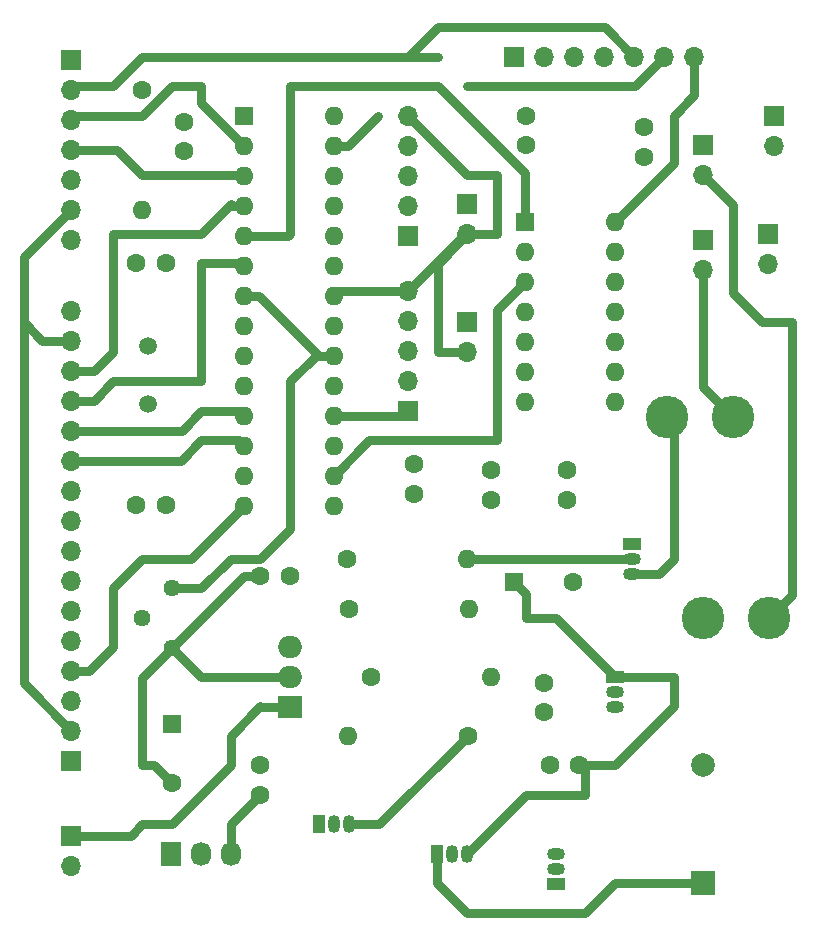
<source format=gbr>
%TF.GenerationSoftware,KiCad,Pcbnew,8.0.3*%
%TF.CreationDate,2024-09-12T01:04:43+05:30*%
%TF.ProjectId,labRF,6c616252-462e-46b6-9963-61645f706362,rev?*%
%TF.SameCoordinates,Original*%
%TF.FileFunction,Copper,L2,Bot*%
%TF.FilePolarity,Positive*%
%FSLAX46Y46*%
G04 Gerber Fmt 4.6, Leading zero omitted, Abs format (unit mm)*
G04 Created by KiCad (PCBNEW 8.0.3) date 2024-09-12 01:04:43*
%MOMM*%
%LPD*%
G01*
G04 APERTURE LIST*
%TA.AperFunction,ComponentPad*%
%ADD10C,1.440000*%
%TD*%
%TA.AperFunction,ComponentPad*%
%ADD11R,1.700000X1.700000*%
%TD*%
%TA.AperFunction,ComponentPad*%
%ADD12O,1.700000X1.700000*%
%TD*%
%TA.AperFunction,ComponentPad*%
%ADD13C,1.500000*%
%TD*%
%TA.AperFunction,ComponentPad*%
%ADD14R,2.000000X1.905000*%
%TD*%
%TA.AperFunction,ComponentPad*%
%ADD15O,2.000000X1.905000*%
%TD*%
%TA.AperFunction,ComponentPad*%
%ADD16R,1.600000X1.600000*%
%TD*%
%TA.AperFunction,ComponentPad*%
%ADD17O,1.600000X1.600000*%
%TD*%
%TA.AperFunction,ComponentPad*%
%ADD18R,1.050000X1.500000*%
%TD*%
%TA.AperFunction,ComponentPad*%
%ADD19O,1.050000X1.500000*%
%TD*%
%TA.AperFunction,ComponentPad*%
%ADD20C,1.600000*%
%TD*%
%TA.AperFunction,ComponentPad*%
%ADD21R,1.500000X1.050000*%
%TD*%
%TA.AperFunction,ComponentPad*%
%ADD22O,1.500000X1.050000*%
%TD*%
%TA.AperFunction,ComponentPad*%
%ADD23C,3.600000*%
%TD*%
%TA.AperFunction,ComponentPad*%
%ADD24R,1.730000X2.030000*%
%TD*%
%TA.AperFunction,ComponentPad*%
%ADD25O,1.730000X2.030000*%
%TD*%
%TA.AperFunction,ComponentPad*%
%ADD26R,2.000000X2.000000*%
%TD*%
%TA.AperFunction,ComponentPad*%
%ADD27C,2.000000*%
%TD*%
%TA.AperFunction,ViaPad*%
%ADD28C,0.600000*%
%TD*%
%TA.AperFunction,Conductor*%
%ADD29C,0.800000*%
%TD*%
G04 APERTURE END LIST*
D10*
%TO.P,RV1,1,1*%
%TO.N,+5V*%
X55000000Y-77500000D03*
%TO.P,RV1,2,2*%
%TO.N,lcd_contrast*%
X52460000Y-80040000D03*
%TO.P,RV1,3,3*%
%TO.N,GND*%
X55000000Y-82580000D03*
%TD*%
D11*
%TO.P,J5,1,Pin_1*%
%TO.N,clk0*%
X84000000Y-32500000D03*
D12*
%TO.P,J5,2,Pin_2*%
%TO.N,unconnected-(J5-Pin_2-Pad2)*%
X86540000Y-32500000D03*
%TO.P,J5,3,Pin_3*%
%TO.N,clk2*%
X89080000Y-32500000D03*
%TO.P,J5,4,Pin_4*%
%TO.N,scl*%
X91620000Y-32500000D03*
%TO.P,J5,5,Pin_5*%
%TO.N,sda*%
X94160000Y-32500000D03*
%TO.P,J5,6,Pin_6*%
%TO.N,GND*%
X96700000Y-32500000D03*
%TO.P,J5,7,Pin_7*%
%TO.N,+5V*%
X99240000Y-32500000D03*
%TD*%
D13*
%TO.P,Y1,1,1*%
%TO.N,Net-(U1-XTAL2{slash}PB7)*%
X53000000Y-61880000D03*
%TO.P,Y1,2,2*%
%TO.N,Net-(U1-XTAL1{slash}PB6)*%
X53000000Y-57000000D03*
%TD*%
D14*
%TO.P,U4,1,IN*%
%TO.N,Net-(J11-Pin_1)*%
X65000000Y-87580000D03*
D15*
%TO.P,U4,2,GND*%
%TO.N,GND*%
X65000000Y-85040000D03*
%TO.P,U4,3,OUT*%
%TO.N,+5V*%
X65000000Y-82500000D03*
%TD*%
D16*
%TO.P,U3,1*%
%TO.N,chand*%
X84880000Y-46500000D03*
D17*
%TO.P,U3,2*%
%TO.N,Net-(J9-Pin_1)*%
X84880000Y-49040000D03*
%TO.P,U3,3*%
%TO.N,chanc*%
X84880000Y-51580000D03*
%TO.P,U3,4*%
%TO.N,Net-(J10-Pin_1)*%
X84880000Y-54120000D03*
%TO.P,U3,5*%
%TO.N,unconnected-(U3-Pad5)*%
X84880000Y-56660000D03*
%TO.P,U3,6*%
%TO.N,unconnected-(U3-Pad6)*%
X84880000Y-59200000D03*
%TO.P,U3,7,GND*%
%TO.N,GND*%
X84880000Y-61740000D03*
%TO.P,U3,8*%
%TO.N,unconnected-(U3-Pad8)*%
X92500000Y-61740000D03*
%TO.P,U3,9*%
%TO.N,unconnected-(U3-Pad9)*%
X92500000Y-59200000D03*
%TO.P,U3,10*%
%TO.N,unconnected-(U3-Pad10)*%
X92500000Y-56660000D03*
%TO.P,U3,11*%
%TO.N,unconnected-(U3-Pad11)*%
X92500000Y-54120000D03*
%TO.P,U3,12*%
%TO.N,unconnected-(U3-Pad12)*%
X92500000Y-51580000D03*
%TO.P,U3,13*%
%TO.N,unconnected-(U3-Pad13)*%
X92500000Y-49040000D03*
%TO.P,U3,14,VCC*%
%TO.N,+5V*%
X92500000Y-46500000D03*
%TD*%
D18*
%TO.P,U2,1,REF*%
%TO.N,Net-(J8-Pin_2)*%
X67500000Y-97500000D03*
D19*
%TO.P,U2,2,A*%
%TO.N,GND*%
X68770000Y-97500000D03*
%TO.P,U2,3,K*%
%TO.N,Net-(Q4-B)*%
X70040000Y-97500000D03*
%TD*%
D16*
%TO.P,U1,1,~{RESET}/PC6*%
%TO.N,Net-(U1-~{RESET}{slash}PC6)*%
X61090000Y-37500000D03*
D17*
%TO.P,U1,2,PD0*%
%TO.N,rx*%
X61090000Y-40040000D03*
%TO.P,U1,3,PD1*%
%TO.N,tx*%
X61090000Y-42580000D03*
%TO.P,U1,4,PD2*%
%TO.N,lcd_D7*%
X61090000Y-45120000D03*
%TO.P,U1,5,PD3*%
%TO.N,chand*%
X61090000Y-47660000D03*
%TO.P,U1,6,PD4*%
%TO.N,lcd_D6*%
X61090000Y-50200000D03*
%TO.P,U1,7,VCC*%
%TO.N,+5V*%
X61090000Y-52740000D03*
%TO.P,U1,8,GND*%
%TO.N,GND*%
X61090000Y-55280000D03*
%TO.P,U1,9,XTAL1/PB6*%
%TO.N,Net-(U1-XTAL1{slash}PB6)*%
X61090000Y-57820000D03*
%TO.P,U1,10,XTAL2/PB7*%
%TO.N,Net-(U1-XTAL2{slash}PB7)*%
X61090000Y-60360000D03*
%TO.P,U1,11,PD5*%
%TO.N,lcd_D5*%
X61090000Y-62900000D03*
%TO.P,U1,12,PD6*%
%TO.N,lcd_D4*%
X61090000Y-65440000D03*
%TO.P,U1,13,PD7*%
%TO.N,lcd_enb*%
X61090000Y-67980000D03*
%TO.P,U1,14,PB0*%
%TO.N,lcd_rs*%
X61090000Y-70520000D03*
%TO.P,U1,15,PB1*%
%TO.N,bias*%
X68710000Y-70520000D03*
%TO.P,U1,16,PB2*%
%TO.N,chanc*%
X68710000Y-67980000D03*
%TO.P,U1,17,PB3*%
%TO.N,rotm_dt*%
X68710000Y-65440000D03*
%TO.P,U1,18,PB4*%
%TO.N,rotm_clk*%
X68710000Y-62900000D03*
%TO.P,U1,19,PB5*%
%TO.N,rotm_sw*%
X68710000Y-60360000D03*
%TO.P,U1,20,AVCC*%
%TO.N,+5V*%
X68710000Y-57820000D03*
%TO.P,U1,21,AREF*%
%TO.N,unconnected-(U1-AREF-Pad21)*%
X68710000Y-55280000D03*
%TO.P,U1,22,GND*%
%TO.N,GND*%
X68710000Y-52740000D03*
%TO.P,U1,23,PC0*%
%TO.N,rots_clk*%
X68710000Y-50200000D03*
%TO.P,U1,24,PC1*%
%TO.N,rots_dt*%
X68710000Y-47660000D03*
%TO.P,U1,25,PC2*%
%TO.N,rots_sw*%
X68710000Y-45120000D03*
%TO.P,U1,26,PC3*%
%TO.N,buzz*%
X68710000Y-42580000D03*
%TO.P,U1,27,PC4*%
%TO.N,sda*%
X68710000Y-40040000D03*
%TO.P,U1,28,PC5*%
%TO.N,scl*%
X68710000Y-37500000D03*
%TD*%
D20*
%TO.P,R5,1*%
%TO.N,Net-(Q4-B)*%
X80080000Y-90000000D03*
D17*
%TO.P,R5,2*%
%TO.N,+5V*%
X69920000Y-90000000D03*
%TD*%
D20*
%TO.P,R4,1*%
%TO.N,buzz*%
X70000000Y-79300000D03*
D17*
%TO.P,R4,2*%
%TO.N,Net-(Q3-B)*%
X80160000Y-79300000D03*
%TD*%
D20*
%TO.P,R3,1*%
%TO.N,bias*%
X71840000Y-85000000D03*
D17*
%TO.P,R3,2*%
%TO.N,Net-(Q2-B)*%
X82000000Y-85000000D03*
%TD*%
D20*
%TO.P,R2,1*%
%TO.N,bias*%
X69840000Y-75000000D03*
D17*
%TO.P,R2,2*%
%TO.N,Net-(Q1-B)*%
X80000000Y-75000000D03*
%TD*%
D20*
%TO.P,R1,1*%
%TO.N,Net-(U1-~{RESET}{slash}PC6)*%
X52500000Y-35340000D03*
D17*
%TO.P,R1,2*%
%TO.N,+5V*%
X52500000Y-45500000D03*
%TD*%
D18*
%TO.P,Q4,1,C*%
%TO.N,+5V*%
X77460000Y-100000000D03*
D19*
%TO.P,Q4,2,B*%
%TO.N,Net-(Q4-B)*%
X78730000Y-100000000D03*
%TO.P,Q4,3,E*%
%TO.N,Net-(J8-Pin_1)*%
X80000000Y-100000000D03*
%TD*%
D21*
%TO.P,Q3,1,C*%
%TO.N,Net-(BZ1--)*%
X87500000Y-102540000D03*
D22*
%TO.P,Q3,2,B*%
%TO.N,Net-(Q3-B)*%
X87500000Y-101270000D03*
%TO.P,Q3,3,E*%
%TO.N,GND*%
X87500000Y-100000000D03*
%TD*%
D21*
%TO.P,Q2,1,C*%
%TO.N,Net-(J8-Pin_1)*%
X92500000Y-85000000D03*
D22*
%TO.P,Q2,2,B*%
%TO.N,Net-(Q2-B)*%
X92500000Y-86270000D03*
%TO.P,Q2,3,E*%
%TO.N,Net-(Q2-E)*%
X92500000Y-87540000D03*
%TD*%
D21*
%TO.P,Q1,1,C*%
%TO.N,Net-(J8-Pin_1)*%
X94000000Y-73730000D03*
D22*
%TO.P,Q1,2,B*%
%TO.N,Net-(Q1-B)*%
X94000000Y-75000000D03*
%TO.P,Q1,3,E*%
%TO.N,Net-(Q1-E)*%
X94000000Y-76270000D03*
%TD*%
D23*
%TO.P,L2,1,1*%
%TO.N,Net-(Q2-E)*%
X100000000Y-80000000D03*
%TO.P,L2,2,2*%
%TO.N,Net-(JP2-B)*%
X105580000Y-80000000D03*
%TD*%
%TO.P,L1,1,1*%
%TO.N,Net-(Q1-E)*%
X96920000Y-63000000D03*
%TO.P,L1,2,2*%
%TO.N,Net-(JP1-B)*%
X102500000Y-63000000D03*
%TD*%
D11*
%TO.P,JP2,1,A*%
%TO.N,Net-(J7-Pin_1)*%
X100000000Y-40000000D03*
D12*
%TO.P,JP2,2,B*%
%TO.N,Net-(JP2-B)*%
X100000000Y-42540000D03*
%TD*%
D11*
%TO.P,JP1,1,A*%
%TO.N,Net-(J6-Pin_1)*%
X100000000Y-48000000D03*
D12*
%TO.P,JP1,2,B*%
%TO.N,Net-(JP1-B)*%
X100000000Y-50540000D03*
%TD*%
D11*
%TO.P,J11,1,Pin_1*%
%TO.N,Net-(J11-Pin_1)*%
X46500000Y-98460000D03*
D12*
%TO.P,J11,2,Pin_2*%
%TO.N,GND*%
X46500000Y-101000000D03*
%TD*%
D11*
%TO.P,J10,1,Pin_1*%
%TO.N,Net-(J10-Pin_1)*%
X80000000Y-55000000D03*
D12*
%TO.P,J10,2,Pin_2*%
%TO.N,GND*%
X80000000Y-57540000D03*
%TD*%
%TO.P,J9,2,Pin_2*%
%TO.N,GND*%
X80000000Y-47540000D03*
D11*
%TO.P,J9,1,Pin_1*%
%TO.N,Net-(J9-Pin_1)*%
X80000000Y-45000000D03*
%TD*%
D24*
%TO.P,J8,1,Pin_1*%
%TO.N,Net-(J8-Pin_1)*%
X54960000Y-100000000D03*
D25*
%TO.P,J8,2,Pin_2*%
%TO.N,Net-(J8-Pin_2)*%
X57500000Y-100000000D03*
%TO.P,J8,3,Pin_3*%
%TO.N,GND*%
X60040000Y-100000000D03*
%TD*%
D11*
%TO.P,J7,1,Pin_1*%
%TO.N,Net-(J7-Pin_1)*%
X106000000Y-37500000D03*
D12*
%TO.P,J7,2,Pin_2*%
%TO.N,GND*%
X106000000Y-40040000D03*
%TD*%
D11*
%TO.P,J6,1,Pin_1*%
%TO.N,Net-(J6-Pin_1)*%
X105500000Y-47500000D03*
D12*
%TO.P,J6,2,Pin_2*%
%TO.N,GND*%
X105500000Y-50040000D03*
%TD*%
D11*
%TO.P,J4,1,Pin_1*%
%TO.N,scl*%
X46500000Y-32760000D03*
D12*
%TO.P,J4,2,Pin_2*%
%TO.N,sda*%
X46500000Y-35300000D03*
%TO.P,J4,3,Pin_3*%
%TO.N,rx*%
X46500000Y-37840000D03*
%TO.P,J4,4,Pin_4*%
%TO.N,tx*%
X46500000Y-40380000D03*
%TO.P,J4,5,Pin_5*%
%TO.N,reset*%
X46500000Y-42920000D03*
%TO.P,J4,6,Pin_6*%
%TO.N,+5V*%
X46500000Y-45460000D03*
%TO.P,J4,7,Pin_7*%
%TO.N,GND*%
X46500000Y-48000000D03*
%TD*%
D11*
%TO.P,J3,1,Pin_1*%
%TO.N,GND*%
X46500000Y-92100000D03*
D12*
%TO.P,J3,2,Pin_2*%
%TO.N,+5V*%
X46500000Y-89560000D03*
%TO.P,J3,3,Pin_3*%
%TO.N,lcd_contrast*%
X46500000Y-87020000D03*
%TO.P,J3,4,Pin_4*%
%TO.N,lcd_rs*%
X46500000Y-84480000D03*
%TO.P,J3,5,Pin_5*%
%TO.N,GND*%
X46500000Y-81940000D03*
%TO.P,J3,6,Pin_6*%
%TO.N,lcd_enb*%
X46500000Y-79400000D03*
%TO.P,J3,7,Pin_7*%
%TO.N,unconnected-(J3-Pin_7-Pad7)*%
X46500000Y-76860000D03*
%TO.P,J3,8,Pin_8*%
%TO.N,unconnected-(J3-Pin_8-Pad8)*%
X46500000Y-74320000D03*
%TO.P,J3,9,Pin_9*%
%TO.N,unconnected-(J3-Pin_9-Pad9)*%
X46500000Y-71780000D03*
%TO.P,J3,10,Pin_10*%
%TO.N,unconnected-(J3-Pin_10-Pad10)*%
X46500000Y-69240000D03*
%TO.P,J3,11,Pin_11*%
%TO.N,lcd_D4*%
X46500000Y-66700000D03*
%TO.P,J3,12,Pin_12*%
%TO.N,lcd_D5*%
X46500000Y-64160000D03*
%TO.P,J3,13,Pin_13*%
%TO.N,lcd_D6*%
X46500000Y-61620000D03*
%TO.P,J3,14,Pin_14*%
%TO.N,lcd_D7*%
X46500000Y-59080000D03*
%TO.P,J3,15,Pin_15*%
%TO.N,+5V*%
X46500000Y-56540000D03*
%TO.P,J3,16,Pin_16*%
%TO.N,GND*%
X46500000Y-54000000D03*
%TD*%
D11*
%TO.P,J2,1,Pin_1*%
%TO.N,rotm_clk*%
X75000000Y-62500000D03*
D12*
%TO.P,J2,2,Pin_2*%
%TO.N,rotm_dt*%
X75000000Y-59960000D03*
%TO.P,J2,3,Pin_3*%
%TO.N,rotm_sw*%
X75000000Y-57420000D03*
%TO.P,J2,4,Pin_4*%
%TO.N,+5V*%
X75000000Y-54880000D03*
%TO.P,J2,5,Pin_5*%
%TO.N,GND*%
X75000000Y-52340000D03*
%TD*%
D11*
%TO.P,J1,1,Pin_1*%
%TO.N,rots_clk*%
X75000000Y-47660000D03*
D12*
%TO.P,J1,2,Pin_2*%
%TO.N,rots_dt*%
X75000000Y-45120000D03*
%TO.P,J1,3,Pin_3*%
%TO.N,rots_sw*%
X75000000Y-42580000D03*
%TO.P,J1,4,Pin_4*%
%TO.N,+5V*%
X75000000Y-40040000D03*
%TO.P,J1,5,Pin_5*%
%TO.N,GND*%
X75000000Y-37500000D03*
%TD*%
D16*
%TO.P,C14,1*%
%TO.N,Net-(J8-Pin_1)*%
X84000000Y-77000000D03*
D20*
%TO.P,C14,2*%
%TO.N,GND*%
X89000000Y-77000000D03*
%TD*%
%TO.P,C13,1*%
%TO.N,GND*%
X82000000Y-67500000D03*
%TO.P,C13,2*%
%TO.N,Net-(J8-Pin_1)*%
X82000000Y-70000000D03*
%TD*%
D16*
%TO.P,C12,1*%
%TO.N,+5V*%
X55000000Y-89000000D03*
D20*
%TO.P,C12,2*%
%TO.N,GND*%
X55000000Y-94000000D03*
%TD*%
%TO.P,C11,1*%
%TO.N,GND*%
X62500000Y-95000000D03*
%TO.P,C11,2*%
%TO.N,+5V*%
X62500000Y-92500000D03*
%TD*%
%TO.P,C10,1*%
%TO.N,GND*%
X62500000Y-76500000D03*
%TO.P,C10,2*%
%TO.N,Net-(J11-Pin_1)*%
X65000000Y-76500000D03*
%TD*%
%TO.P,C9,1*%
%TO.N,Net-(Q2-B)*%
X86500000Y-85500000D03*
%TO.P,C9,2*%
%TO.N,GND*%
X86500000Y-88000000D03*
%TD*%
%TO.P,C8,1*%
%TO.N,GND*%
X87000000Y-92500000D03*
%TO.P,C8,2*%
%TO.N,Net-(J8-Pin_1)*%
X89500000Y-92500000D03*
%TD*%
%TO.P,C7,1*%
%TO.N,GND*%
X88500000Y-67500000D03*
%TO.P,C7,2*%
%TO.N,Net-(J8-Pin_1)*%
X88500000Y-70000000D03*
%TD*%
%TO.P,C6,1*%
%TO.N,Net-(Q1-B)*%
X75500000Y-69500000D03*
%TO.P,C6,2*%
%TO.N,GND*%
X75500000Y-67000000D03*
%TD*%
%TO.P,C5,1*%
%TO.N,clk2*%
X95000000Y-38500000D03*
%TO.P,C5,2*%
%TO.N,Net-(J7-Pin_1)*%
X95000000Y-41000000D03*
%TD*%
%TO.P,C4,1*%
%TO.N,clk0*%
X85000000Y-37500000D03*
%TO.P,C4,2*%
%TO.N,Net-(J6-Pin_1)*%
X85000000Y-40000000D03*
%TD*%
%TO.P,C3,1*%
%TO.N,Net-(U1-~{RESET}{slash}PC6)*%
X56000000Y-38000000D03*
%TO.P,C3,2*%
%TO.N,reset*%
X56000000Y-40500000D03*
%TD*%
%TO.P,C2,1*%
%TO.N,Net-(U1-XTAL1{slash}PB6)*%
X52000000Y-50000000D03*
%TO.P,C2,2*%
%TO.N,GND*%
X54500000Y-50000000D03*
%TD*%
%TO.P,C1,1*%
%TO.N,Net-(U1-XTAL2{slash}PB7)*%
X52000000Y-70500000D03*
%TO.P,C1,2*%
%TO.N,GND*%
X54500000Y-70500000D03*
%TD*%
D26*
%TO.P,BZ1,1,+*%
%TO.N,+5V*%
X100000000Y-102500000D03*
D27*
%TO.P,BZ1,2,-*%
%TO.N,Net-(BZ1--)*%
X100000000Y-92500000D03*
%TD*%
D28*
%TO.N,GND*%
X80000000Y-35000000D03*
%TO.N,sda*%
X77500000Y-32500000D03*
X72500000Y-37500000D03*
%TD*%
D29*
%TO.N,GND*%
X52500000Y-92500000D02*
X53500000Y-92500000D01*
X52500000Y-85080000D02*
X52500000Y-92500000D01*
X55000000Y-82580000D02*
X52500000Y-85080000D01*
X53500000Y-92500000D02*
X55000000Y-94000000D01*
X60040000Y-97460000D02*
X62500000Y-95000000D01*
X60040000Y-100000000D02*
X60040000Y-97460000D01*
X94200000Y-35000000D02*
X96700000Y-32500000D01*
X80000000Y-35000000D02*
X94200000Y-35000000D01*
%TO.N,+5V*%
X97500000Y-41500000D02*
X92500000Y-46500000D01*
X99240000Y-35760000D02*
X97500000Y-37500000D01*
X97500000Y-37500000D02*
X97500000Y-41500000D01*
X99240000Y-32500000D02*
X99240000Y-35760000D01*
%TO.N,GND*%
X69110000Y-52340000D02*
X75000000Y-52340000D01*
X68710000Y-52740000D02*
X69110000Y-52340000D01*
X57460000Y-85040000D02*
X55000000Y-82580000D01*
X65000000Y-85040000D02*
X57460000Y-85040000D01*
X61080000Y-76500000D02*
X55000000Y-82580000D01*
X62500000Y-76500000D02*
X61080000Y-76500000D01*
X77500000Y-50040000D02*
X80000000Y-47540000D01*
X77500000Y-57500000D02*
X77500000Y-50040000D01*
X77540000Y-57540000D02*
X77500000Y-57500000D01*
X80000000Y-57540000D02*
X77540000Y-57540000D01*
X80040000Y-47500000D02*
X80000000Y-47540000D01*
X82500000Y-47500000D02*
X80040000Y-47500000D01*
X80000000Y-42500000D02*
X82500000Y-42500000D01*
X82500000Y-42500000D02*
X82500000Y-47500000D01*
X75000000Y-37500000D02*
X80000000Y-42500000D01*
X79800000Y-47540000D02*
X75000000Y-52340000D01*
X80000000Y-47540000D02*
X79800000Y-47540000D01*
%TO.N,sda*%
X77500000Y-32500000D02*
X75000000Y-32500000D01*
X69960000Y-40040000D02*
X72500000Y-37500000D01*
X68710000Y-40040000D02*
X69960000Y-40040000D01*
%TO.N,chand*%
X77500000Y-35000000D02*
X84880000Y-42380000D01*
X65000000Y-35000000D02*
X77500000Y-35000000D01*
X84880000Y-42380000D02*
X84880000Y-46500000D01*
X65000000Y-47500000D02*
X65000000Y-35000000D01*
X64840000Y-47660000D02*
X65000000Y-47500000D01*
X61090000Y-47660000D02*
X64840000Y-47660000D01*
%TO.N,Net-(Q1-B)*%
X87500000Y-75000000D02*
X92500000Y-75000000D01*
X92500000Y-75000000D02*
X94000000Y-75000000D01*
%TO.N,Net-(Q1-E)*%
X97500000Y-75000000D02*
X97500000Y-63580000D01*
X96230000Y-76270000D02*
X97500000Y-75000000D01*
X94000000Y-76270000D02*
X96230000Y-76270000D01*
X97500000Y-63580000D02*
X96920000Y-63000000D01*
%TO.N,chanc*%
X82500000Y-53960000D02*
X84880000Y-51580000D01*
X82500000Y-65000000D02*
X82500000Y-53960000D01*
X71690000Y-65000000D02*
X82500000Y-65000000D01*
X68710000Y-67980000D02*
X71690000Y-65000000D01*
%TO.N,Net-(JP2-B)*%
X102500000Y-52500000D02*
X102500000Y-45040000D01*
X105000000Y-55000000D02*
X102500000Y-52500000D01*
X107500000Y-55000000D02*
X105000000Y-55000000D01*
X105580000Y-80000000D02*
X107500000Y-78080000D01*
X107500000Y-78080000D02*
X107500000Y-55000000D01*
X102500000Y-45040000D02*
X100000000Y-42540000D01*
%TO.N,Net-(Q1-B)*%
X80000000Y-75000000D02*
X87500000Y-75000000D01*
%TO.N,Net-(JP1-B)*%
X102500000Y-63000000D02*
X100000000Y-60500000D01*
X100000000Y-60500000D02*
X100000000Y-50540000D01*
%TO.N,Net-(J8-Pin_1)*%
X85000000Y-80000000D02*
X85000000Y-78000000D01*
X85000000Y-78000000D02*
X84000000Y-77000000D01*
X87500000Y-80000000D02*
X85000000Y-80000000D01*
X92500000Y-85000000D02*
X87500000Y-80000000D01*
X92500000Y-92500000D02*
X89500000Y-92500000D01*
X97500000Y-87500000D02*
X92500000Y-92500000D01*
X97500000Y-85000000D02*
X97500000Y-87500000D01*
X92500000Y-85000000D02*
X97500000Y-85000000D01*
%TO.N,Net-(J11-Pin_1)*%
X62580000Y-87580000D02*
X65000000Y-87580000D01*
X62500000Y-87500000D02*
X62580000Y-87580000D01*
X60000000Y-92500000D02*
X60000000Y-90000000D01*
X60000000Y-90000000D02*
X62500000Y-87500000D01*
X52500000Y-97500000D02*
X55000000Y-97500000D01*
X51540000Y-98460000D02*
X52500000Y-97500000D01*
X55000000Y-97500000D02*
X60000000Y-92500000D01*
X46500000Y-98460000D02*
X51540000Y-98460000D01*
%TO.N,+5V*%
X90000000Y-105000000D02*
X80000000Y-105000000D01*
X92500000Y-102500000D02*
X90000000Y-105000000D01*
X100000000Y-102500000D02*
X92500000Y-102500000D01*
X80000000Y-105000000D02*
X77460000Y-102460000D01*
X77460000Y-102460000D02*
X77460000Y-100000000D01*
%TO.N,Net-(Q4-B)*%
X72580000Y-97500000D02*
X80080000Y-90000000D01*
X70040000Y-97500000D02*
X72580000Y-97500000D01*
%TO.N,Net-(J8-Pin_1)*%
X90000000Y-95000000D02*
X90000000Y-93000000D01*
X90000000Y-93000000D02*
X89500000Y-92500000D01*
X85000000Y-95000000D02*
X90000000Y-95000000D01*
X80000000Y-100000000D02*
X85000000Y-95000000D01*
%TO.N,+5V*%
X67500000Y-57820000D02*
X67180000Y-57820000D01*
X68710000Y-57820000D02*
X67500000Y-57820000D01*
X42500000Y-85560000D02*
X46500000Y-89560000D01*
X42500000Y-55000000D02*
X42500000Y-85560000D01*
X65000000Y-72500000D02*
X62500000Y-75000000D01*
X65000000Y-60000000D02*
X65000000Y-72500000D01*
X60000000Y-75000000D02*
X57500000Y-77500000D01*
X67180000Y-57820000D02*
X65000000Y-60000000D01*
X62500000Y-75000000D02*
X60000000Y-75000000D01*
X57500000Y-77500000D02*
X55000000Y-77500000D01*
%TO.N,lcd_D6*%
X57500000Y-50000000D02*
X60890000Y-50000000D01*
X50000000Y-60000000D02*
X57500000Y-60000000D01*
X60890000Y-50000000D02*
X61090000Y-50200000D01*
X48380000Y-61620000D02*
X50000000Y-60000000D01*
X57500000Y-60000000D02*
X57500000Y-50000000D01*
X46500000Y-61620000D02*
X48380000Y-61620000D01*
%TO.N,lcd_D7*%
X60000000Y-45000000D02*
X60120000Y-45120000D01*
X57500000Y-47500000D02*
X60000000Y-45000000D01*
X50000000Y-47500000D02*
X57500000Y-47500000D01*
X50000000Y-57500000D02*
X50000000Y-47500000D01*
X48420000Y-59080000D02*
X50000000Y-57500000D01*
X46500000Y-59080000D02*
X48420000Y-59080000D01*
X60120000Y-45120000D02*
X61090000Y-45120000D01*
%TO.N,+5V*%
X42500000Y-49460000D02*
X46500000Y-45460000D01*
X44040000Y-56540000D02*
X42500000Y-55000000D01*
X46500000Y-56540000D02*
X44040000Y-56540000D01*
X42500000Y-55000000D02*
X42500000Y-49460000D01*
%TO.N,lcd_D5*%
X57500000Y-62500000D02*
X60690000Y-62500000D01*
X60690000Y-62500000D02*
X61090000Y-62900000D01*
X55840000Y-64160000D02*
X57500000Y-62500000D01*
X46500000Y-64160000D02*
X55840000Y-64160000D01*
%TO.N,lcd_D4*%
X60650000Y-65000000D02*
X61090000Y-65440000D01*
X57500000Y-65000000D02*
X60650000Y-65000000D01*
X55800000Y-66700000D02*
X57500000Y-65000000D01*
X46500000Y-66700000D02*
X55800000Y-66700000D01*
%TO.N,lcd_rs*%
X56610000Y-75000000D02*
X61090000Y-70520000D01*
X50000000Y-77500000D02*
X52500000Y-75000000D01*
X50000000Y-82500000D02*
X50000000Y-77500000D01*
X52500000Y-75000000D02*
X56610000Y-75000000D01*
X48020000Y-84480000D02*
X50000000Y-82500000D01*
X46500000Y-84480000D02*
X48020000Y-84480000D01*
%TO.N,sda*%
X91660000Y-30000000D02*
X94160000Y-32500000D01*
X77500000Y-30000000D02*
X91660000Y-30000000D01*
X75000000Y-32500000D02*
X77500000Y-30000000D01*
%TO.N,rotm_clk*%
X74600000Y-62900000D02*
X75000000Y-62500000D01*
X68710000Y-62900000D02*
X74600000Y-62900000D01*
%TO.N,sda*%
X75000000Y-32500000D02*
X62500000Y-32500000D01*
X46800000Y-35000000D02*
X46500000Y-35300000D01*
X50000000Y-35000000D02*
X46800000Y-35000000D01*
X52500000Y-32500000D02*
X50000000Y-35000000D01*
X62500000Y-32500000D02*
X52500000Y-32500000D01*
%TO.N,rx*%
X55000000Y-35000000D02*
X57500000Y-35000000D01*
X57500000Y-35000000D02*
X57500000Y-36450000D01*
X52500000Y-37500000D02*
X55000000Y-35000000D01*
X46840000Y-37500000D02*
X52500000Y-37500000D01*
X57500000Y-36450000D02*
X61090000Y-40040000D01*
X46500000Y-37840000D02*
X46840000Y-37500000D01*
%TO.N,tx*%
X50380000Y-40380000D02*
X52500000Y-42500000D01*
X52500000Y-42500000D02*
X61010000Y-42500000D01*
X46500000Y-40380000D02*
X50380000Y-40380000D01*
X61010000Y-42500000D02*
X61090000Y-42580000D01*
%TO.N,+5V*%
X61090000Y-52740000D02*
X62420000Y-52740000D01*
X62420000Y-52740000D02*
X67500000Y-57820000D01*
%TD*%
M02*

</source>
